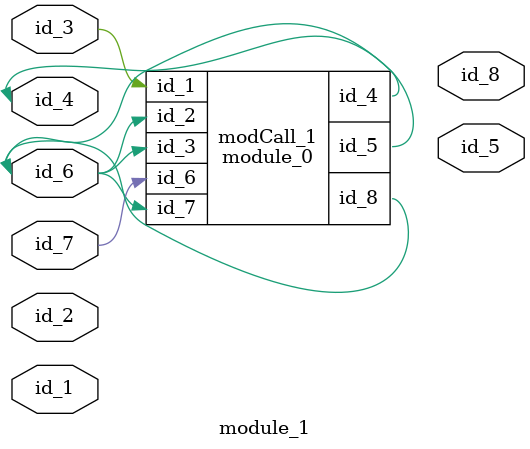
<source format=v>
module module_0 (
    id_1,
    id_2,
    id_3,
    id_4,
    id_5,
    id_6,
    id_7,
    id_8
);
  output wire id_8;
  input wire id_7;
  input wire id_6;
  output wire id_5;
  output wire id_4;
  input wire id_3;
  input wire id_2;
  input wire id_1;
endmodule
module module_1 (
    id_1,
    id_2,
    id_3,
    id_4,
    id_5,
    id_6,
    id_7,
    id_8
);
  output wire id_8;
  input wire id_7;
  inout wire id_6;
  module_0 modCall_1 (
      id_3,
      id_6,
      id_6,
      id_6,
      id_4,
      id_7,
      id_6,
      id_6
  );
  output wire id_5;
  inout wire id_4;
  inout wire id_3;
  input wire id_2;
  input wire id_1;
  wire id_9;
  ;
endmodule

</source>
